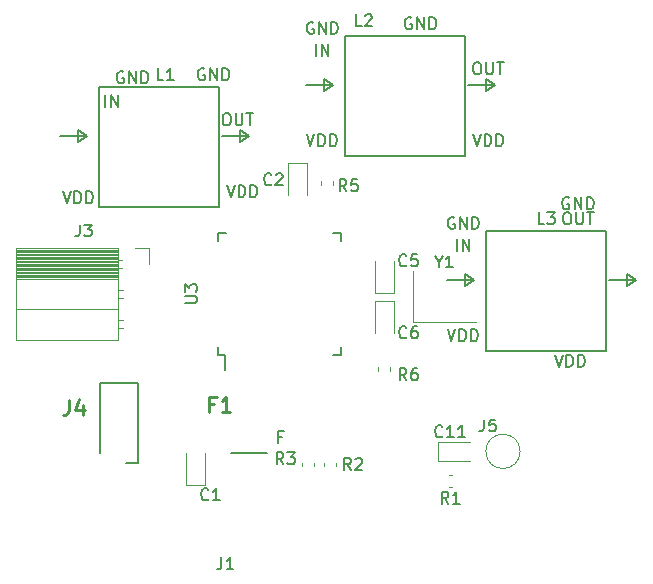
<source format=gto>
G04 #@! TF.GenerationSoftware,KiCad,Pcbnew,(5.1.0)-1*
G04 #@! TF.CreationDate,2019-04-02T16:52:53+02:00*
G04 #@! TF.ProjectId,FrogINT_PCBProto_V1811062154,46726f67-494e-4545-9f50-434250726f74,rev?*
G04 #@! TF.SameCoordinates,Original*
G04 #@! TF.FileFunction,Legend,Top*
G04 #@! TF.FilePolarity,Positive*
%FSLAX46Y46*%
G04 Gerber Fmt 4.6, Leading zero omitted, Abs format (unit mm)*
G04 Created by KiCad (PCBNEW (5.1.0)-1) date 2019-04-02 16:52:53*
%MOMM*%
%LPD*%
G04 APERTURE LIST*
%ADD10C,0.150000*%
%ADD11C,0.200000*%
%ADD12C,0.120000*%
%ADD13C,0.254000*%
G04 APERTURE END LIST*
D10*
X174916000Y-104365000D02*
X175678000Y-103857000D01*
X174916000Y-103349000D02*
X174916000Y-104365000D01*
X173392000Y-103857000D02*
X175678000Y-103857000D01*
X175678000Y-103857000D02*
X174916000Y-103349000D01*
X161200000Y-104365000D02*
X161962000Y-103857000D01*
X161200000Y-103349000D02*
X161200000Y-104365000D01*
X161962000Y-103857000D02*
X161200000Y-103349000D01*
X159676000Y-103857000D02*
X161962000Y-103857000D01*
X162978000Y-109826000D02*
X162978000Y-99666000D01*
X173138000Y-109826000D02*
X162978000Y-109826000D01*
X173138000Y-99666000D02*
X173138000Y-109826000D01*
X162978000Y-99666000D02*
X173138000Y-99666000D01*
X162978000Y-87855000D02*
X163740000Y-87347000D01*
X162978000Y-86839000D02*
X162978000Y-87855000D01*
X161454000Y-87347000D02*
X163740000Y-87347000D01*
X163740000Y-87347000D02*
X162978000Y-86839000D01*
X149262000Y-87855000D02*
X150024000Y-87347000D01*
X149262000Y-86839000D02*
X149262000Y-87855000D01*
X150024000Y-87347000D02*
X149262000Y-86839000D01*
X147738000Y-87347000D02*
X150024000Y-87347000D01*
X151040000Y-93316000D02*
X151040000Y-83156000D01*
X161200000Y-93316000D02*
X151040000Y-93316000D01*
X161200000Y-83156000D02*
X161200000Y-93316000D01*
X151040000Y-83156000D02*
X161200000Y-83156000D01*
X142150000Y-92173000D02*
X142912000Y-91665000D01*
X142150000Y-91157000D02*
X142150000Y-92173000D01*
X140626000Y-91665000D02*
X142912000Y-91665000D01*
X142912000Y-91665000D02*
X142150000Y-91157000D01*
X128434000Y-92173000D02*
X129196000Y-91665000D01*
X128434000Y-91157000D02*
X128434000Y-92173000D01*
X129196000Y-91665000D02*
X128434000Y-91157000D01*
X126910000Y-91665000D02*
X129196000Y-91665000D01*
X130212000Y-97634000D02*
X130212000Y-87474000D01*
X140372000Y-97634000D02*
X130212000Y-97634000D01*
X140372000Y-87474000D02*
X140372000Y-97634000D01*
X130212000Y-87474000D02*
X140372000Y-87474000D01*
D11*
X144432000Y-118462000D02*
X141392000Y-118462000D01*
D12*
X156722000Y-107404000D02*
X162122000Y-107404000D01*
X156722000Y-103104000D02*
X156722000Y-107404000D01*
X139125000Y-121188000D02*
X139125000Y-118478000D01*
X137555000Y-121188000D02*
X139125000Y-121188000D01*
X137555000Y-118478000D02*
X137555000Y-121188000D01*
X146191000Y-93892000D02*
X146191000Y-96602000D01*
X147761000Y-93892000D02*
X146191000Y-93892000D01*
X147761000Y-96602000D02*
X147761000Y-93892000D01*
X155127000Y-104932000D02*
X155127000Y-102222000D01*
X153557000Y-104932000D02*
X155127000Y-104932000D01*
X153557000Y-102222000D02*
X153557000Y-104932000D01*
X153557000Y-105576000D02*
X153557000Y-108286000D01*
X155127000Y-105576000D02*
X153557000Y-105576000D01*
X155127000Y-108286000D02*
X155127000Y-105576000D01*
X158855000Y-119120000D02*
X161565000Y-119120000D01*
X158855000Y-117550000D02*
X158855000Y-119120000D01*
X161565000Y-117550000D02*
X158855000Y-117550000D01*
X133260000Y-101130000D02*
X134370000Y-101130000D01*
X134370000Y-101130000D02*
X134370000Y-102460000D01*
X123170000Y-101130000D02*
X123170000Y-108870000D01*
X123170000Y-108870000D02*
X131800000Y-108870000D01*
X131800000Y-101130000D02*
X131800000Y-108870000D01*
X123170000Y-101130000D02*
X131800000Y-101130000D01*
X123170000Y-106270000D02*
X131800000Y-106270000D01*
X123170000Y-103730000D02*
X131800000Y-103730000D01*
X131800000Y-107900000D02*
X132210000Y-107900000D01*
X131800000Y-107180000D02*
X132210000Y-107180000D01*
X131800000Y-105360000D02*
X132210000Y-105360000D01*
X131800000Y-104640000D02*
X132210000Y-104640000D01*
X131800000Y-102820000D02*
X132150000Y-102820000D01*
X131800000Y-102100000D02*
X132150000Y-102100000D01*
X123170000Y-103611900D02*
X131800000Y-103611900D01*
X123170000Y-103493805D02*
X131800000Y-103493805D01*
X123170000Y-103375710D02*
X131800000Y-103375710D01*
X123170000Y-103257615D02*
X131800000Y-103257615D01*
X123170000Y-103139520D02*
X131800000Y-103139520D01*
X123170000Y-103021425D02*
X131800000Y-103021425D01*
X123170000Y-102903330D02*
X131800000Y-102903330D01*
X123170000Y-102785235D02*
X131800000Y-102785235D01*
X123170000Y-102667140D02*
X131800000Y-102667140D01*
X123170000Y-102549045D02*
X131800000Y-102549045D01*
X123170000Y-102430950D02*
X131800000Y-102430950D01*
X123170000Y-102312855D02*
X131800000Y-102312855D01*
X123170000Y-102194760D02*
X131800000Y-102194760D01*
X123170000Y-102076665D02*
X131800000Y-102076665D01*
X123170000Y-101958570D02*
X131800000Y-101958570D01*
X123170000Y-101840475D02*
X131800000Y-101840475D01*
X123170000Y-101722380D02*
X131800000Y-101722380D01*
X123170000Y-101604285D02*
X131800000Y-101604285D01*
X123170000Y-101486190D02*
X131800000Y-101486190D01*
X123170000Y-101368095D02*
X131800000Y-101368095D01*
X123170000Y-101250000D02*
X131800000Y-101250000D01*
D11*
X130238000Y-112542000D02*
X130238000Y-118462000D01*
X133488000Y-112542000D02*
X130238000Y-112542000D01*
X133488000Y-119302000D02*
X133488000Y-112542000D01*
X132498000Y-119302000D02*
X133488000Y-119302000D01*
D12*
X165825000Y-118335000D02*
G75*
G03X165825000Y-118335000I-1450000J0D01*
G01*
X160092779Y-120365000D02*
X159767221Y-120365000D01*
X160092779Y-121385000D02*
X159767221Y-121385000D01*
X149260000Y-119289221D02*
X149260000Y-119614779D01*
X150280000Y-119289221D02*
X150280000Y-119614779D01*
X147355000Y-119289221D02*
X147355000Y-119614779D01*
X148375000Y-119289221D02*
X148375000Y-119614779D01*
X150026000Y-95764779D02*
X150026000Y-95439221D01*
X149006000Y-95764779D02*
X149006000Y-95439221D01*
X153832000Y-111187221D02*
X153832000Y-111512779D01*
X154852000Y-111187221D02*
X154852000Y-111512779D01*
D10*
X140852000Y-110175000D02*
X140852000Y-111450000D01*
X140277000Y-99825000D02*
X140277000Y-100500000D01*
X150627000Y-99825000D02*
X150627000Y-100500000D01*
X150627000Y-110175000D02*
X150627000Y-109500000D01*
X140277000Y-110175000D02*
X140277000Y-109500000D01*
X150627000Y-110175000D02*
X149952000Y-110175000D01*
X150627000Y-99825000D02*
X149952000Y-99825000D01*
X140277000Y-99825000D02*
X140952000Y-99825000D01*
X140277000Y-110175000D02*
X140852000Y-110175000D01*
X167891333Y-99102380D02*
X167415142Y-99102380D01*
X167415142Y-98102380D01*
X168129428Y-98102380D02*
X168748476Y-98102380D01*
X168415142Y-98483333D01*
X168558000Y-98483333D01*
X168653238Y-98530952D01*
X168700857Y-98578571D01*
X168748476Y-98673809D01*
X168748476Y-98911904D01*
X168700857Y-99007142D01*
X168653238Y-99054761D01*
X168558000Y-99102380D01*
X168272285Y-99102380D01*
X168177047Y-99054761D01*
X168129428Y-99007142D01*
X169725000Y-98102380D02*
X169915476Y-98102380D01*
X170010714Y-98150000D01*
X170105952Y-98245238D01*
X170153571Y-98435714D01*
X170153571Y-98769047D01*
X170105952Y-98959523D01*
X170010714Y-99054761D01*
X169915476Y-99102380D01*
X169725000Y-99102380D01*
X169629761Y-99054761D01*
X169534523Y-98959523D01*
X169486904Y-98769047D01*
X169486904Y-98435714D01*
X169534523Y-98245238D01*
X169629761Y-98150000D01*
X169725000Y-98102380D01*
X170582142Y-98102380D02*
X170582142Y-98911904D01*
X170629761Y-99007142D01*
X170677380Y-99054761D01*
X170772619Y-99102380D01*
X170963095Y-99102380D01*
X171058333Y-99054761D01*
X171105952Y-99007142D01*
X171153571Y-98911904D01*
X171153571Y-98102380D01*
X171486904Y-98102380D02*
X172058333Y-98102380D01*
X171772619Y-99102380D02*
X171772619Y-98102380D01*
X160494190Y-101398380D02*
X160494190Y-100398380D01*
X160970380Y-101398380D02*
X160970380Y-100398380D01*
X161541809Y-101398380D01*
X161541809Y-100398380D01*
X159684666Y-107998380D02*
X160018000Y-108998380D01*
X160351333Y-107998380D01*
X160684666Y-108998380D02*
X160684666Y-107998380D01*
X160922761Y-107998380D01*
X161065619Y-108046000D01*
X161160857Y-108141238D01*
X161208476Y-108236476D01*
X161256095Y-108426952D01*
X161256095Y-108569809D01*
X161208476Y-108760285D01*
X161160857Y-108855523D01*
X161065619Y-108950761D01*
X160922761Y-108998380D01*
X160684666Y-108998380D01*
X161684666Y-108998380D02*
X161684666Y-107998380D01*
X161922761Y-107998380D01*
X162065619Y-108046000D01*
X162160857Y-108141238D01*
X162208476Y-108236476D01*
X162256095Y-108426952D01*
X162256095Y-108569809D01*
X162208476Y-108760285D01*
X162160857Y-108855523D01*
X162065619Y-108950761D01*
X161922761Y-108998380D01*
X161684666Y-108998380D01*
X168756666Y-110167380D02*
X169090000Y-111167380D01*
X169423333Y-110167380D01*
X169756666Y-111167380D02*
X169756666Y-110167380D01*
X169994761Y-110167380D01*
X170137619Y-110215000D01*
X170232857Y-110310238D01*
X170280476Y-110405476D01*
X170328095Y-110595952D01*
X170328095Y-110738809D01*
X170280476Y-110929285D01*
X170232857Y-111024523D01*
X170137619Y-111119761D01*
X169994761Y-111167380D01*
X169756666Y-111167380D01*
X170756666Y-111167380D02*
X170756666Y-110167380D01*
X170994761Y-110167380D01*
X171137619Y-110215000D01*
X171232857Y-110310238D01*
X171280476Y-110405476D01*
X171328095Y-110595952D01*
X171328095Y-110738809D01*
X171280476Y-110929285D01*
X171232857Y-111024523D01*
X171137619Y-111119761D01*
X170994761Y-111167380D01*
X170756666Y-111167380D01*
X169963095Y-96880000D02*
X169867857Y-96832380D01*
X169725000Y-96832380D01*
X169582142Y-96880000D01*
X169486904Y-96975238D01*
X169439285Y-97070476D01*
X169391666Y-97260952D01*
X169391666Y-97403809D01*
X169439285Y-97594285D01*
X169486904Y-97689523D01*
X169582142Y-97784761D01*
X169725000Y-97832380D01*
X169820238Y-97832380D01*
X169963095Y-97784761D01*
X170010714Y-97737142D01*
X170010714Y-97403809D01*
X169820238Y-97403809D01*
X170439285Y-97832380D02*
X170439285Y-96832380D01*
X171010714Y-97832380D01*
X171010714Y-96832380D01*
X171486904Y-97832380D02*
X171486904Y-96832380D01*
X171725000Y-96832380D01*
X171867857Y-96880000D01*
X171963095Y-96975238D01*
X172010714Y-97070476D01*
X172058333Y-97260952D01*
X172058333Y-97403809D01*
X172010714Y-97594285D01*
X171963095Y-97689523D01*
X171867857Y-97784761D01*
X171725000Y-97832380D01*
X171486904Y-97832380D01*
X160256095Y-98546000D02*
X160160857Y-98498380D01*
X160018000Y-98498380D01*
X159875142Y-98546000D01*
X159779904Y-98641238D01*
X159732285Y-98736476D01*
X159684666Y-98926952D01*
X159684666Y-99069809D01*
X159732285Y-99260285D01*
X159779904Y-99355523D01*
X159875142Y-99450761D01*
X160018000Y-99498380D01*
X160113238Y-99498380D01*
X160256095Y-99450761D01*
X160303714Y-99403142D01*
X160303714Y-99069809D01*
X160113238Y-99069809D01*
X160732285Y-99498380D02*
X160732285Y-98498380D01*
X161303714Y-99498380D01*
X161303714Y-98498380D01*
X161779904Y-99498380D02*
X161779904Y-98498380D01*
X162018000Y-98498380D01*
X162160857Y-98546000D01*
X162256095Y-98641238D01*
X162303714Y-98736476D01*
X162351333Y-98926952D01*
X162351333Y-99069809D01*
X162303714Y-99260285D01*
X162256095Y-99355523D01*
X162160857Y-99450761D01*
X162018000Y-99498380D01*
X161779904Y-99498380D01*
X152433333Y-82338380D02*
X151957142Y-82338380D01*
X151957142Y-81338380D01*
X152719047Y-81433619D02*
X152766666Y-81386000D01*
X152861904Y-81338380D01*
X153100000Y-81338380D01*
X153195238Y-81386000D01*
X153242857Y-81433619D01*
X153290476Y-81528857D01*
X153290476Y-81624095D01*
X153242857Y-81766952D01*
X152671428Y-82338380D01*
X153290476Y-82338380D01*
X162105000Y-85402380D02*
X162295476Y-85402380D01*
X162390714Y-85450000D01*
X162485952Y-85545238D01*
X162533571Y-85735714D01*
X162533571Y-86069047D01*
X162485952Y-86259523D01*
X162390714Y-86354761D01*
X162295476Y-86402380D01*
X162105000Y-86402380D01*
X162009761Y-86354761D01*
X161914523Y-86259523D01*
X161866904Y-86069047D01*
X161866904Y-85735714D01*
X161914523Y-85545238D01*
X162009761Y-85450000D01*
X162105000Y-85402380D01*
X162962142Y-85402380D02*
X162962142Y-86211904D01*
X163009761Y-86307142D01*
X163057380Y-86354761D01*
X163152619Y-86402380D01*
X163343095Y-86402380D01*
X163438333Y-86354761D01*
X163485952Y-86307142D01*
X163533571Y-86211904D01*
X163533571Y-85402380D01*
X163866904Y-85402380D02*
X164438333Y-85402380D01*
X164152619Y-86402380D02*
X164152619Y-85402380D01*
X148556190Y-84888380D02*
X148556190Y-83888380D01*
X149032380Y-84888380D02*
X149032380Y-83888380D01*
X149603809Y-84888380D01*
X149603809Y-83888380D01*
X147746666Y-91488380D02*
X148080000Y-92488380D01*
X148413333Y-91488380D01*
X148746666Y-92488380D02*
X148746666Y-91488380D01*
X148984761Y-91488380D01*
X149127619Y-91536000D01*
X149222857Y-91631238D01*
X149270476Y-91726476D01*
X149318095Y-91916952D01*
X149318095Y-92059809D01*
X149270476Y-92250285D01*
X149222857Y-92345523D01*
X149127619Y-92440761D01*
X148984761Y-92488380D01*
X148746666Y-92488380D01*
X149746666Y-92488380D02*
X149746666Y-91488380D01*
X149984761Y-91488380D01*
X150127619Y-91536000D01*
X150222857Y-91631238D01*
X150270476Y-91726476D01*
X150318095Y-91916952D01*
X150318095Y-92059809D01*
X150270476Y-92250285D01*
X150222857Y-92345523D01*
X150127619Y-92440761D01*
X149984761Y-92488380D01*
X149746666Y-92488380D01*
X161826666Y-91488380D02*
X162160000Y-92488380D01*
X162493333Y-91488380D01*
X162826666Y-92488380D02*
X162826666Y-91488380D01*
X163064761Y-91488380D01*
X163207619Y-91536000D01*
X163302857Y-91631238D01*
X163350476Y-91726476D01*
X163398095Y-91916952D01*
X163398095Y-92059809D01*
X163350476Y-92250285D01*
X163302857Y-92345523D01*
X163207619Y-92440761D01*
X163064761Y-92488380D01*
X162826666Y-92488380D01*
X163826666Y-92488380D02*
X163826666Y-91488380D01*
X164064761Y-91488380D01*
X164207619Y-91536000D01*
X164302857Y-91631238D01*
X164350476Y-91726476D01*
X164398095Y-91916952D01*
X164398095Y-92059809D01*
X164350476Y-92250285D01*
X164302857Y-92345523D01*
X164207619Y-92440761D01*
X164064761Y-92488380D01*
X163826666Y-92488380D01*
X156628095Y-81640000D02*
X156532857Y-81592380D01*
X156390000Y-81592380D01*
X156247142Y-81640000D01*
X156151904Y-81735238D01*
X156104285Y-81830476D01*
X156056666Y-82020952D01*
X156056666Y-82163809D01*
X156104285Y-82354285D01*
X156151904Y-82449523D01*
X156247142Y-82544761D01*
X156390000Y-82592380D01*
X156485238Y-82592380D01*
X156628095Y-82544761D01*
X156675714Y-82497142D01*
X156675714Y-82163809D01*
X156485238Y-82163809D01*
X157104285Y-82592380D02*
X157104285Y-81592380D01*
X157675714Y-82592380D01*
X157675714Y-81592380D01*
X158151904Y-82592380D02*
X158151904Y-81592380D01*
X158390000Y-81592380D01*
X158532857Y-81640000D01*
X158628095Y-81735238D01*
X158675714Y-81830476D01*
X158723333Y-82020952D01*
X158723333Y-82163809D01*
X158675714Y-82354285D01*
X158628095Y-82449523D01*
X158532857Y-82544761D01*
X158390000Y-82592380D01*
X158151904Y-82592380D01*
X148318095Y-82036000D02*
X148222857Y-81988380D01*
X148080000Y-81988380D01*
X147937142Y-82036000D01*
X147841904Y-82131238D01*
X147794285Y-82226476D01*
X147746666Y-82416952D01*
X147746666Y-82559809D01*
X147794285Y-82750285D01*
X147841904Y-82845523D01*
X147937142Y-82940761D01*
X148080000Y-82988380D01*
X148175238Y-82988380D01*
X148318095Y-82940761D01*
X148365714Y-82893142D01*
X148365714Y-82559809D01*
X148175238Y-82559809D01*
X148794285Y-82988380D02*
X148794285Y-81988380D01*
X149365714Y-82988380D01*
X149365714Y-81988380D01*
X149841904Y-82988380D02*
X149841904Y-81988380D01*
X150080000Y-81988380D01*
X150222857Y-82036000D01*
X150318095Y-82131238D01*
X150365714Y-82226476D01*
X150413333Y-82416952D01*
X150413333Y-82559809D01*
X150365714Y-82750285D01*
X150318095Y-82845523D01*
X150222857Y-82940761D01*
X150080000Y-82988380D01*
X149841904Y-82988380D01*
X135633333Y-86910380D02*
X135157142Y-86910380D01*
X135157142Y-85910380D01*
X136490476Y-86910380D02*
X135919047Y-86910380D01*
X136204761Y-86910380D02*
X136204761Y-85910380D01*
X136109523Y-86053238D01*
X136014285Y-86148476D01*
X135919047Y-86196095D01*
X140896000Y-89720380D02*
X141086476Y-89720380D01*
X141181714Y-89768000D01*
X141276952Y-89863238D01*
X141324571Y-90053714D01*
X141324571Y-90387047D01*
X141276952Y-90577523D01*
X141181714Y-90672761D01*
X141086476Y-90720380D01*
X140896000Y-90720380D01*
X140800761Y-90672761D01*
X140705523Y-90577523D01*
X140657904Y-90387047D01*
X140657904Y-90053714D01*
X140705523Y-89863238D01*
X140800761Y-89768000D01*
X140896000Y-89720380D01*
X141753142Y-89720380D02*
X141753142Y-90529904D01*
X141800761Y-90625142D01*
X141848380Y-90672761D01*
X141943619Y-90720380D01*
X142134095Y-90720380D01*
X142229333Y-90672761D01*
X142276952Y-90625142D01*
X142324571Y-90529904D01*
X142324571Y-89720380D01*
X142657904Y-89720380D02*
X143229333Y-89720380D01*
X142943619Y-90720380D02*
X142943619Y-89720380D01*
X130704190Y-89206380D02*
X130704190Y-88206380D01*
X131180380Y-89206380D02*
X131180380Y-88206380D01*
X131751809Y-89206380D01*
X131751809Y-88206380D01*
X127100666Y-96324380D02*
X127434000Y-97324380D01*
X127767333Y-96324380D01*
X128100666Y-97324380D02*
X128100666Y-96324380D01*
X128338761Y-96324380D01*
X128481619Y-96372000D01*
X128576857Y-96467238D01*
X128624476Y-96562476D01*
X128672095Y-96752952D01*
X128672095Y-96895809D01*
X128624476Y-97086285D01*
X128576857Y-97181523D01*
X128481619Y-97276761D01*
X128338761Y-97324380D01*
X128100666Y-97324380D01*
X129100666Y-97324380D02*
X129100666Y-96324380D01*
X129338761Y-96324380D01*
X129481619Y-96372000D01*
X129576857Y-96467238D01*
X129624476Y-96562476D01*
X129672095Y-96752952D01*
X129672095Y-96895809D01*
X129624476Y-97086285D01*
X129576857Y-97181523D01*
X129481619Y-97276761D01*
X129338761Y-97324380D01*
X129100666Y-97324380D01*
X140998666Y-95806380D02*
X141332000Y-96806380D01*
X141665333Y-95806380D01*
X141998666Y-96806380D02*
X141998666Y-95806380D01*
X142236761Y-95806380D01*
X142379619Y-95854000D01*
X142474857Y-95949238D01*
X142522476Y-96044476D01*
X142570095Y-96234952D01*
X142570095Y-96377809D01*
X142522476Y-96568285D01*
X142474857Y-96663523D01*
X142379619Y-96758761D01*
X142236761Y-96806380D01*
X141998666Y-96806380D01*
X142998666Y-96806380D02*
X142998666Y-95806380D01*
X143236761Y-95806380D01*
X143379619Y-95854000D01*
X143474857Y-95949238D01*
X143522476Y-96044476D01*
X143570095Y-96234952D01*
X143570095Y-96377809D01*
X143522476Y-96568285D01*
X143474857Y-96663523D01*
X143379619Y-96758761D01*
X143236761Y-96806380D01*
X142998666Y-96806380D01*
X139102095Y-85958000D02*
X139006857Y-85910380D01*
X138864000Y-85910380D01*
X138721142Y-85958000D01*
X138625904Y-86053238D01*
X138578285Y-86148476D01*
X138530666Y-86338952D01*
X138530666Y-86481809D01*
X138578285Y-86672285D01*
X138625904Y-86767523D01*
X138721142Y-86862761D01*
X138864000Y-86910380D01*
X138959238Y-86910380D01*
X139102095Y-86862761D01*
X139149714Y-86815142D01*
X139149714Y-86481809D01*
X138959238Y-86481809D01*
X139578285Y-86910380D02*
X139578285Y-85910380D01*
X140149714Y-86910380D01*
X140149714Y-85910380D01*
X140625904Y-86910380D02*
X140625904Y-85910380D01*
X140864000Y-85910380D01*
X141006857Y-85958000D01*
X141102095Y-86053238D01*
X141149714Y-86148476D01*
X141197333Y-86338952D01*
X141197333Y-86481809D01*
X141149714Y-86672285D01*
X141102095Y-86767523D01*
X141006857Y-86862761D01*
X140864000Y-86910380D01*
X140625904Y-86910380D01*
X132244095Y-86212000D02*
X132148857Y-86164380D01*
X132006000Y-86164380D01*
X131863142Y-86212000D01*
X131767904Y-86307238D01*
X131720285Y-86402476D01*
X131672666Y-86592952D01*
X131672666Y-86735809D01*
X131720285Y-86926285D01*
X131767904Y-87021523D01*
X131863142Y-87116761D01*
X132006000Y-87164380D01*
X132101238Y-87164380D01*
X132244095Y-87116761D01*
X132291714Y-87069142D01*
X132291714Y-86735809D01*
X132101238Y-86735809D01*
X132720285Y-87164380D02*
X132720285Y-86164380D01*
X133291714Y-87164380D01*
X133291714Y-86164380D01*
X133767904Y-87164380D02*
X133767904Y-86164380D01*
X134006000Y-86164380D01*
X134148857Y-86212000D01*
X134244095Y-86307238D01*
X134291714Y-86402476D01*
X134339333Y-86592952D01*
X134339333Y-86735809D01*
X134291714Y-86926285D01*
X134244095Y-87021523D01*
X134148857Y-87116761D01*
X134006000Y-87164380D01*
X133767904Y-87164380D01*
D13*
X139948666Y-114307285D02*
X139525333Y-114307285D01*
X139525333Y-114972523D02*
X139525333Y-113702523D01*
X140130095Y-113702523D01*
X141279142Y-114972523D02*
X140553428Y-114972523D01*
X140916285Y-114972523D02*
X140916285Y-113702523D01*
X140795333Y-113883952D01*
X140674380Y-114004904D01*
X140553428Y-114065380D01*
D10*
X145654857Y-117120571D02*
X145321523Y-117120571D01*
X145321523Y-117644380D02*
X145321523Y-116644380D01*
X145797714Y-116644380D01*
X140546666Y-127312380D02*
X140546666Y-128026666D01*
X140499047Y-128169523D01*
X140403809Y-128264761D01*
X140260952Y-128312380D01*
X140165714Y-128312380D01*
X141546666Y-128312380D02*
X140975238Y-128312380D01*
X141260952Y-128312380D02*
X141260952Y-127312380D01*
X141165714Y-127455238D01*
X141070476Y-127550476D01*
X140975238Y-127598095D01*
X158945809Y-102280190D02*
X158945809Y-102756380D01*
X158612476Y-101756380D02*
X158945809Y-102280190D01*
X159279142Y-101756380D01*
X160136285Y-102756380D02*
X159564857Y-102756380D01*
X159850571Y-102756380D02*
X159850571Y-101756380D01*
X159755333Y-101899238D01*
X159660095Y-101994476D01*
X159564857Y-102042095D01*
X139443333Y-122375142D02*
X139395714Y-122422761D01*
X139252857Y-122470380D01*
X139157619Y-122470380D01*
X139014761Y-122422761D01*
X138919523Y-122327523D01*
X138871904Y-122232285D01*
X138824285Y-122041809D01*
X138824285Y-121898952D01*
X138871904Y-121708476D01*
X138919523Y-121613238D01*
X139014761Y-121518000D01*
X139157619Y-121470380D01*
X139252857Y-121470380D01*
X139395714Y-121518000D01*
X139443333Y-121565619D01*
X140395714Y-122470380D02*
X139824285Y-122470380D01*
X140110000Y-122470380D02*
X140110000Y-121470380D01*
X140014761Y-121613238D01*
X139919523Y-121708476D01*
X139824285Y-121756095D01*
X144777333Y-95705142D02*
X144729714Y-95752761D01*
X144586857Y-95800380D01*
X144491619Y-95800380D01*
X144348761Y-95752761D01*
X144253523Y-95657523D01*
X144205904Y-95562285D01*
X144158285Y-95371809D01*
X144158285Y-95228952D01*
X144205904Y-95038476D01*
X144253523Y-94943238D01*
X144348761Y-94848000D01*
X144491619Y-94800380D01*
X144586857Y-94800380D01*
X144729714Y-94848000D01*
X144777333Y-94895619D01*
X145158285Y-94895619D02*
X145205904Y-94848000D01*
X145301142Y-94800380D01*
X145539238Y-94800380D01*
X145634476Y-94848000D01*
X145682095Y-94895619D01*
X145729714Y-94990857D01*
X145729714Y-95086095D01*
X145682095Y-95228952D01*
X145110666Y-95800380D01*
X145729714Y-95800380D01*
X156207333Y-102563142D02*
X156159714Y-102610761D01*
X156016857Y-102658380D01*
X155921619Y-102658380D01*
X155778761Y-102610761D01*
X155683523Y-102515523D01*
X155635904Y-102420285D01*
X155588285Y-102229809D01*
X155588285Y-102086952D01*
X155635904Y-101896476D01*
X155683523Y-101801238D01*
X155778761Y-101706000D01*
X155921619Y-101658380D01*
X156016857Y-101658380D01*
X156159714Y-101706000D01*
X156207333Y-101753619D01*
X157112095Y-101658380D02*
X156635904Y-101658380D01*
X156588285Y-102134571D01*
X156635904Y-102086952D01*
X156731142Y-102039333D01*
X156969238Y-102039333D01*
X157064476Y-102086952D01*
X157112095Y-102134571D01*
X157159714Y-102229809D01*
X157159714Y-102467904D01*
X157112095Y-102563142D01*
X157064476Y-102610761D01*
X156969238Y-102658380D01*
X156731142Y-102658380D01*
X156635904Y-102610761D01*
X156588285Y-102563142D01*
X156207333Y-108659142D02*
X156159714Y-108706761D01*
X156016857Y-108754380D01*
X155921619Y-108754380D01*
X155778761Y-108706761D01*
X155683523Y-108611523D01*
X155635904Y-108516285D01*
X155588285Y-108325809D01*
X155588285Y-108182952D01*
X155635904Y-107992476D01*
X155683523Y-107897238D01*
X155778761Y-107802000D01*
X155921619Y-107754380D01*
X156016857Y-107754380D01*
X156159714Y-107802000D01*
X156207333Y-107849619D01*
X157064476Y-107754380D02*
X156874000Y-107754380D01*
X156778761Y-107802000D01*
X156731142Y-107849619D01*
X156635904Y-107992476D01*
X156588285Y-108182952D01*
X156588285Y-108563904D01*
X156635904Y-108659142D01*
X156683523Y-108706761D01*
X156778761Y-108754380D01*
X156969238Y-108754380D01*
X157064476Y-108706761D01*
X157112095Y-108659142D01*
X157159714Y-108563904D01*
X157159714Y-108325809D01*
X157112095Y-108230571D01*
X157064476Y-108182952D01*
X156969238Y-108135333D01*
X156778761Y-108135333D01*
X156683523Y-108182952D01*
X156635904Y-108230571D01*
X156588285Y-108325809D01*
X159252141Y-117042141D02*
X159204522Y-117089760D01*
X159061665Y-117137379D01*
X158966427Y-117137379D01*
X158823570Y-117089760D01*
X158728332Y-116994522D01*
X158680713Y-116899284D01*
X158633094Y-116708808D01*
X158633094Y-116565951D01*
X158680713Y-116375475D01*
X158728332Y-116280237D01*
X158823570Y-116184999D01*
X158966427Y-116137379D01*
X159061665Y-116137379D01*
X159204522Y-116184999D01*
X159252141Y-116232618D01*
X160204522Y-117137379D02*
X159633094Y-117137379D01*
X159918808Y-117137379D02*
X159918808Y-116137379D01*
X159823570Y-116280237D01*
X159728332Y-116375475D01*
X159633094Y-116423094D01*
X161156903Y-117137379D02*
X160585475Y-117137379D01*
X160871189Y-117137379D02*
X160871189Y-116137379D01*
X160775951Y-116280237D01*
X160680713Y-116375475D01*
X160585475Y-116423094D01*
X128546666Y-99142380D02*
X128546666Y-99856666D01*
X128499047Y-99999523D01*
X128403809Y-100094761D01*
X128260952Y-100142380D01*
X128165714Y-100142380D01*
X128927619Y-99142380D02*
X129546666Y-99142380D01*
X129213333Y-99523333D01*
X129356190Y-99523333D01*
X129451428Y-99570952D01*
X129499047Y-99618571D01*
X129546666Y-99713809D01*
X129546666Y-99951904D01*
X129499047Y-100047142D01*
X129451428Y-100094761D01*
X129356190Y-100142380D01*
X129070476Y-100142380D01*
X128975238Y-100094761D01*
X128927619Y-100047142D01*
D13*
X127629666Y-113956523D02*
X127629666Y-114863666D01*
X127569190Y-115045095D01*
X127448238Y-115166047D01*
X127266809Y-115226523D01*
X127145857Y-115226523D01*
X128778714Y-114379857D02*
X128778714Y-115226523D01*
X128476333Y-113896047D02*
X128173952Y-114803190D01*
X128960142Y-114803190D01*
D10*
X162771666Y-115639380D02*
X162771666Y-116353666D01*
X162724047Y-116496523D01*
X162628809Y-116591761D01*
X162485952Y-116639380D01*
X162390714Y-116639380D01*
X163724047Y-115639380D02*
X163247857Y-115639380D01*
X163200238Y-116115571D01*
X163247857Y-116067952D01*
X163343095Y-116020333D01*
X163581190Y-116020333D01*
X163676428Y-116067952D01*
X163724047Y-116115571D01*
X163771666Y-116210809D01*
X163771666Y-116448904D01*
X163724047Y-116544142D01*
X163676428Y-116591761D01*
X163581190Y-116639380D01*
X163343095Y-116639380D01*
X163247857Y-116591761D01*
X163200238Y-116544142D01*
X159763333Y-122757380D02*
X159430000Y-122281190D01*
X159191904Y-122757380D02*
X159191904Y-121757380D01*
X159572857Y-121757380D01*
X159668095Y-121805000D01*
X159715714Y-121852619D01*
X159763333Y-121947857D01*
X159763333Y-122090714D01*
X159715714Y-122185952D01*
X159668095Y-122233571D01*
X159572857Y-122281190D01*
X159191904Y-122281190D01*
X160715714Y-122757380D02*
X160144285Y-122757380D01*
X160430000Y-122757380D02*
X160430000Y-121757380D01*
X160334761Y-121900238D01*
X160239523Y-121995476D01*
X160144285Y-122043095D01*
X151508333Y-119904380D02*
X151175000Y-119428190D01*
X150936904Y-119904380D02*
X150936904Y-118904380D01*
X151317857Y-118904380D01*
X151413095Y-118952000D01*
X151460714Y-118999619D01*
X151508333Y-119094857D01*
X151508333Y-119237714D01*
X151460714Y-119332952D01*
X151413095Y-119380571D01*
X151317857Y-119428190D01*
X150936904Y-119428190D01*
X151889285Y-118999619D02*
X151936904Y-118952000D01*
X152032142Y-118904380D01*
X152270238Y-118904380D01*
X152365476Y-118952000D01*
X152413095Y-118999619D01*
X152460714Y-119094857D01*
X152460714Y-119190095D01*
X152413095Y-119332952D01*
X151841666Y-119904380D01*
X152460714Y-119904380D01*
X145793333Y-119421880D02*
X145460000Y-118945690D01*
X145221904Y-119421880D02*
X145221904Y-118421880D01*
X145602857Y-118421880D01*
X145698095Y-118469500D01*
X145745714Y-118517119D01*
X145793333Y-118612357D01*
X145793333Y-118755214D01*
X145745714Y-118850452D01*
X145698095Y-118898071D01*
X145602857Y-118945690D01*
X145221904Y-118945690D01*
X146126666Y-118421880D02*
X146745714Y-118421880D01*
X146412380Y-118802833D01*
X146555238Y-118802833D01*
X146650476Y-118850452D01*
X146698095Y-118898071D01*
X146745714Y-118993309D01*
X146745714Y-119231404D01*
X146698095Y-119326642D01*
X146650476Y-119374261D01*
X146555238Y-119421880D01*
X146269523Y-119421880D01*
X146174285Y-119374261D01*
X146126666Y-119326642D01*
X151127333Y-96308380D02*
X150794000Y-95832190D01*
X150555904Y-96308380D02*
X150555904Y-95308380D01*
X150936857Y-95308380D01*
X151032095Y-95356000D01*
X151079714Y-95403619D01*
X151127333Y-95498857D01*
X151127333Y-95641714D01*
X151079714Y-95736952D01*
X151032095Y-95784571D01*
X150936857Y-95832190D01*
X150555904Y-95832190D01*
X152032095Y-95308380D02*
X151555904Y-95308380D01*
X151508285Y-95784571D01*
X151555904Y-95736952D01*
X151651142Y-95689333D01*
X151889238Y-95689333D01*
X151984476Y-95736952D01*
X152032095Y-95784571D01*
X152079714Y-95879809D01*
X152079714Y-96117904D01*
X152032095Y-96213142D01*
X151984476Y-96260761D01*
X151889238Y-96308380D01*
X151651142Y-96308380D01*
X151555904Y-96260761D01*
X151508285Y-96213142D01*
X156207333Y-112310380D02*
X155874000Y-111834190D01*
X155635904Y-112310380D02*
X155635904Y-111310380D01*
X156016857Y-111310380D01*
X156112095Y-111358000D01*
X156159714Y-111405619D01*
X156207333Y-111500857D01*
X156207333Y-111643714D01*
X156159714Y-111738952D01*
X156112095Y-111786571D01*
X156016857Y-111834190D01*
X155635904Y-111834190D01*
X157064476Y-111310380D02*
X156874000Y-111310380D01*
X156778761Y-111358000D01*
X156731142Y-111405619D01*
X156635904Y-111548476D01*
X156588285Y-111738952D01*
X156588285Y-112119904D01*
X156635904Y-112215142D01*
X156683523Y-112262761D01*
X156778761Y-112310380D01*
X156969238Y-112310380D01*
X157064476Y-112262761D01*
X157112095Y-112215142D01*
X157159714Y-112119904D01*
X157159714Y-111881809D01*
X157112095Y-111786571D01*
X157064476Y-111738952D01*
X156969238Y-111691333D01*
X156778761Y-111691333D01*
X156683523Y-111738952D01*
X156635904Y-111786571D01*
X156588285Y-111881809D01*
X137454380Y-105761904D02*
X138263904Y-105761904D01*
X138359142Y-105714285D01*
X138406761Y-105666666D01*
X138454380Y-105571428D01*
X138454380Y-105380952D01*
X138406761Y-105285714D01*
X138359142Y-105238095D01*
X138263904Y-105190476D01*
X137454380Y-105190476D01*
X137454380Y-104809523D02*
X137454380Y-104190476D01*
X137835333Y-104523809D01*
X137835333Y-104380952D01*
X137882952Y-104285714D01*
X137930571Y-104238095D01*
X138025809Y-104190476D01*
X138263904Y-104190476D01*
X138359142Y-104238095D01*
X138406761Y-104285714D01*
X138454380Y-104380952D01*
X138454380Y-104666666D01*
X138406761Y-104761904D01*
X138359142Y-104809523D01*
M02*

</source>
